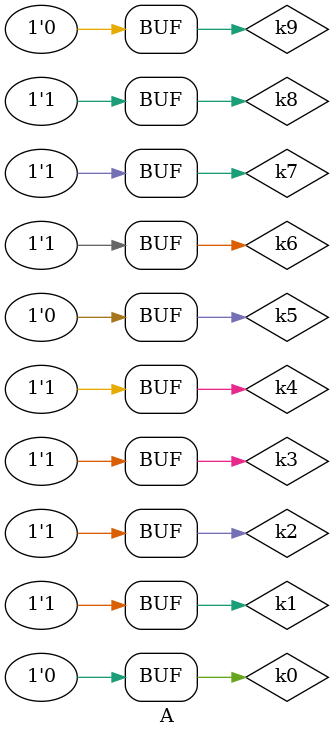
<source format=sv>
module A;
	var k0 = '0;
	var k1 = '1;
	var k2 = 'h3;
	var k3 = 'b100111;
	var k4 = 'o777;
	var k5 = 'd42;
	var k6 = 32'h3;
	var k7 = 64'b100111;
	var k8 = 16'o777;
	var k9 = 9001'd42;
endmodule

//@ elab A
//| entity @A () () {
//|     %k0 = sig i1 0
//|     %k1 = sig i1 1
//|     %k2 = sig i2 3
//|     %k3 = sig i6 39
//|     %k4 = sig i9 511
//|     %k5 = sig i6 42
//|     %k6 = sig i32 3
//|     %k7 = sig i64 39
//|     %k8 = sig i16 511
//|     %k9 = sig i9001 42
//| }

</source>
